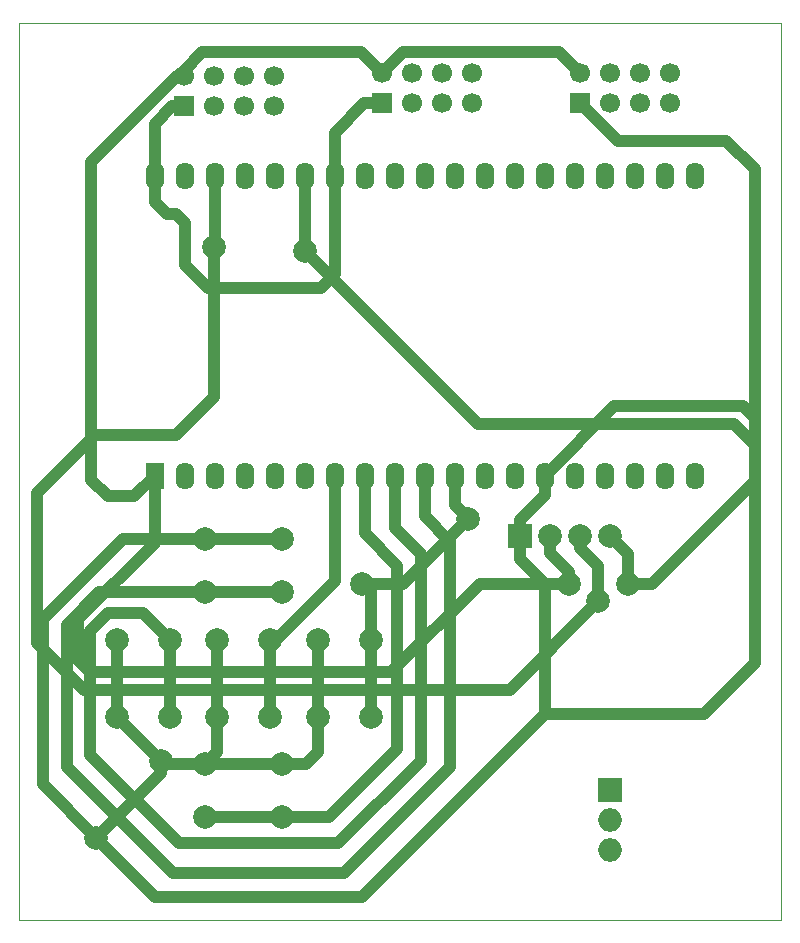
<source format=gbr>
%TF.GenerationSoftware,KiCad,Pcbnew,9.0.4*%
%TF.CreationDate,2025-12-03T20:32:54+01:00*%
%TF.ProjectId,ESP32_TOOLS,45535033-325f-4544-9f4f-4c532e6b6963,rev?*%
%TF.SameCoordinates,Original*%
%TF.FileFunction,Profile,NP*%
%FSLAX46Y46*%
G04 Gerber Fmt 4.6, Leading zero omitted, Abs format (unit mm)*
G04 Created by KiCad (PCBNEW 9.0.4) date 2025-12-03 20:32:54*
%MOMM*%
%LPD*%
G01*
G04 APERTURE LIST*
%TA.AperFunction,Profile*%
%ADD10C,0.050000*%
%TD*%
%TA.AperFunction,ComponentPad*%
%ADD11O,2.000000X2.000000*%
%TD*%
%TA.AperFunction,ComponentPad*%
%ADD12R,2.000000X2.000000*%
%TD*%
%TA.AperFunction,ComponentPad*%
%ADD13R,1.700000X1.700000*%
%TD*%
%TA.AperFunction,ComponentPad*%
%ADD14C,1.700000*%
%TD*%
%TA.AperFunction,ComponentPad*%
%ADD15C,2.000000*%
%TD*%
%TA.AperFunction,ComponentPad*%
%ADD16O,1.600000X2.300000*%
%TD*%
%TA.AperFunction,ComponentPad*%
%ADD17R,1.600000X2.300000*%
%TD*%
%TA.AperFunction,ViaPad*%
%ADD18C,2.000000*%
%TD*%
%TA.AperFunction,Conductor*%
%ADD19C,1.016000*%
%TD*%
G04 APERTURE END LIST*
D10*
X150000000Y-53000000D02*
X214500000Y-53000000D01*
X214500000Y-129000000D01*
X150000000Y-129000000D01*
X150000000Y-53000000D01*
D11*
%TO.P,J1,3,Pin_3*%
%TO.N,Net-(ALTO1-GND)*%
X200000000Y-123040000D03*
%TO.P,J1,2,Pin_2*%
%TO.N,Net-(J1-Pin_2)*%
X200000000Y-120500000D03*
D12*
%TO.P,J1,1,Pin_1*%
%TO.N,Net-(J1-Pin_1)*%
X200000000Y-117960000D03*
%TD*%
D13*
%TO.P,CENTRO1,1,GND*%
%TO.N,Net-(ALTO1-GND)*%
X197475000Y-59829500D03*
D14*
%TO.P,CENTRO1,2,VCC*%
%TO.N,Net-(ALTO1-VCC)*%
X197475000Y-57289500D03*
%TO.P,CENTRO1,3,CE*%
%TO.N,Net-(CENTRO1-CE)*%
X200015000Y-59829500D03*
%TO.P,CENTRO1,4,~{CSN}*%
%TO.N,Net-(CENTRO1-~{CSN})*%
X200015000Y-57289500D03*
%TO.P,CENTRO1,5,SCK*%
%TO.N,Net-(ALTO1-SCK)*%
X202555000Y-59829500D03*
%TO.P,CENTRO1,6,MOSI*%
%TO.N,Net-(ALTO1-MOSI)*%
X202555000Y-57289500D03*
%TO.P,CENTRO1,7,MISO*%
%TO.N,Net-(ALTO1-MISO)*%
X205095000Y-59829500D03*
%TO.P,CENTRO1,8,IRQ*%
%TO.N,unconnected-(CENTRO1-IRQ-Pad8)*%
X205095000Y-57289500D03*
%TD*%
D13*
%TO.P,BASSO1,1,GND*%
%TO.N,Net-(ALTO1-GND)*%
X180675000Y-59829500D03*
D14*
%TO.P,BASSO1,2,VCC*%
%TO.N,Net-(ALTO1-VCC)*%
X180675000Y-57289500D03*
%TO.P,BASSO1,3,CE*%
%TO.N,Net-(BASSO1-CE)*%
X183215000Y-59829500D03*
%TO.P,BASSO1,4,~{CSN}*%
%TO.N,Net-(BASSO1-~{CSN})*%
X183215000Y-57289500D03*
%TO.P,BASSO1,5,SCK*%
%TO.N,Net-(ALTO1-SCK)*%
X185755000Y-59829500D03*
%TO.P,BASSO1,6,MOSI*%
%TO.N,Net-(ALTO1-MOSI)*%
X185755000Y-57289500D03*
%TO.P,BASSO1,7,MISO*%
%TO.N,Net-(ALTO1-MISO)*%
X188295000Y-59829500D03*
%TO.P,BASSO1,8,IRQ*%
%TO.N,unconnected-(BASSO1-IRQ-Pad8)*%
X188295000Y-57289500D03*
%TD*%
D13*
%TO.P,ALTO1,1,GND*%
%TO.N,Net-(ALTO1-GND)*%
X163920000Y-60040000D03*
D14*
%TO.P,ALTO1,2,VCC*%
%TO.N,Net-(ALTO1-VCC)*%
X163920000Y-57500000D03*
%TO.P,ALTO1,3,CE*%
%TO.N,Net-(ALTO1-CE)*%
X166460000Y-60040000D03*
%TO.P,ALTO1,4,~{CSN}*%
%TO.N,Net-(ALTO1-~{CSN})*%
X166460000Y-57500000D03*
%TO.P,ALTO1,5,SCK*%
%TO.N,Net-(ALTO1-SCK)*%
X169000000Y-60040000D03*
%TO.P,ALTO1,6,MOSI*%
%TO.N,Net-(ALTO1-MOSI)*%
X169000000Y-57500000D03*
%TO.P,ALTO1,7,MISO*%
%TO.N,Net-(ALTO1-MISO)*%
X171540000Y-60040000D03*
%TO.P,ALTO1,8,IRQ*%
%TO.N,unconnected-(ALTO1-IRQ-Pad8)*%
X171540000Y-57500000D03*
%TD*%
D15*
%TO.P,OK1,1,1*%
%TO.N,Net-(ALTO1-GND)*%
X166750000Y-111750000D03*
X166750000Y-105250000D03*
%TO.P,OK1,2,2*%
%TO.N,Net-(S1-D32)*%
X171250000Y-111750000D03*
X171250000Y-105250000D03*
%TD*%
D12*
%TO.P,J3,1,Pin_1*%
%TO.N,Net-(ALTO1-GND)*%
X192380000Y-96500000D03*
D15*
%TO.P,J3,2,Pin_2*%
%TO.N,Net-(ALTO1-VCC)*%
X194920000Y-96500000D03*
%TO.P,J3,3,Pin_3*%
%TO.N,Net-(J3-Pin_3)*%
X197460000Y-96500000D03*
%TO.P,J3,4,Pin_4*%
%TO.N,Net-(J3-Pin_4)*%
X200000000Y-96500000D03*
%TD*%
%TO.P,UP1,1,1*%
%TO.N,Net-(ALTO1-GND)*%
X165750000Y-96750000D03*
X172250000Y-96750000D03*
%TO.P,UP1,2,2*%
%TO.N,Net-(S1-D26)*%
X165750000Y-101250000D03*
X172250000Y-101250000D03*
%TD*%
%TO.P,LEFT1,1,1*%
%TO.N,Net-(ALTO1-GND)*%
X158250000Y-111750000D03*
X158250000Y-105250000D03*
%TO.P,LEFT1,2,2*%
%TO.N,Net-(S1-D25)*%
X162750000Y-111750000D03*
X162750000Y-105250000D03*
%TD*%
%TO.P,DOWN1,1,1*%
%TO.N,Net-(ALTO1-GND)*%
X165750000Y-115750000D03*
X172250000Y-115750000D03*
%TO.P,DOWN1,2,2*%
%TO.N,Net-(S1-D33)*%
X165750000Y-120250000D03*
X172250000Y-120250000D03*
%TD*%
%TO.P,RIGHT1,1,1*%
%TO.N,Net-(ALTO1-GND)*%
X175250000Y-111750000D03*
X175250000Y-105250000D03*
%TO.P,RIGHT1,2,2*%
%TO.N,Net-(S1-D27)*%
X179750000Y-111750000D03*
X179750000Y-105250000D03*
%TD*%
D16*
%TO.P,S1,38,GND*%
%TO.N,Net-(ALTO1-GND)*%
X161450000Y-66000000D03*
%TO.P,S1,37,D23(MOSI)*%
%TO.N,Net-(ALTO1-MOSI)*%
X163990000Y-66000000D03*
%TO.P,S1,36,D22(SCL)*%
%TO.N,Net-(J3-Pin_3)*%
X166530000Y-66000000D03*
%TO.P,S1,35,TX0*%
%TO.N,unconnected-(S1-TX0-Pad35)*%
X169070000Y-66000000D03*
%TO.P,S1,34,RX0*%
%TO.N,unconnected-(S1-RX0-Pad34)*%
X171610000Y-66000000D03*
%TO.P,S1,33,D21(SDA)*%
%TO.N,Net-(J3-Pin_4)*%
X174150000Y-66000000D03*
%TO.P,S1,32,GND*%
%TO.N,Net-(ALTO1-GND)*%
X176690000Y-66000000D03*
%TO.P,S1,31,D19(MISO)*%
%TO.N,Net-(ALTO1-MISO)*%
X179230000Y-66000000D03*
%TO.P,S1,30,D18(CLK)*%
%TO.N,Net-(ALTO1-SCK)*%
X181770000Y-66000000D03*
%TO.P,S1,29,D5(CSO)*%
%TO.N,Net-(ALTO1-CE)*%
X184310000Y-66000000D03*
%TO.P,S1,28,TX2*%
%TO.N,Net-(ALTO1-~{CSN})*%
X186850000Y-66000000D03*
%TO.P,S1,27,RX2*%
%TO.N,Net-(CENTRO1-CE)*%
X189390000Y-66000000D03*
%TO.P,S1,26,D4*%
%TO.N,Net-(CENTRO1-~{CSN})*%
X191930000Y-66000000D03*
%TO.P,S1,25,D0*%
%TO.N,unconnected-(S1-D0-Pad25)*%
X194470000Y-66000000D03*
%TO.P,S1,24,D2*%
%TO.N,Net-(BASSO1-~{CSN})*%
X197010000Y-66000000D03*
%TO.P,S1,23,D15*%
%TO.N,Net-(BASSO1-CE)*%
X199550000Y-66000000D03*
%TO.P,S1,22,D8*%
%TO.N,unconnected-(S1-D8-Pad22)*%
X202090000Y-66000000D03*
%TO.P,S1,21,D7*%
%TO.N,unconnected-(S1-D7-Pad21)*%
X204627280Y-66003680D03*
%TO.P,S1,20,D6*%
%TO.N,unconnected-(S1-D6-Pad20)*%
X207167280Y-66003680D03*
%TO.P,S1,19,5V*%
%TO.N,Net-(J1-Pin_1)*%
X207170000Y-91400000D03*
%TO.P,S1,18,D11*%
%TO.N,unconnected-(S1-D11-Pad18)*%
X204630000Y-91400000D03*
%TO.P,S1,17,D10*%
%TO.N,unconnected-(S1-D10-Pad17)*%
X202090000Y-91400000D03*
%TO.P,S1,16,D9*%
%TO.N,unconnected-(S1-D9-Pad16)*%
X199550000Y-91400000D03*
%TO.P,S1,15,D13*%
%TO.N,unconnected-(S1-D13-Pad15)*%
X197010000Y-91400000D03*
%TO.P,S1,14,GND*%
%TO.N,Net-(ALTO1-GND)*%
X194470000Y-91400000D03*
%TO.P,S1,13,D12*%
%TO.N,unconnected-(S1-D12-Pad13)*%
X191930000Y-91400000D03*
%TO.P,S1,12,D14*%
%TO.N,Net-(J1-Pin_2)*%
X189390000Y-91400000D03*
%TO.P,S1,11,D27*%
%TO.N,Net-(S1-D27)*%
X186850000Y-91400000D03*
%TO.P,S1,10,D26*%
%TO.N,Net-(S1-D26)*%
X184310000Y-91400000D03*
%TO.P,S1,9,D25*%
%TO.N,Net-(S1-D25)*%
X181770000Y-91400000D03*
%TO.P,S1,8,D33*%
%TO.N,Net-(S1-D33)*%
X179230000Y-91400000D03*
%TO.P,S1,7,D32*%
%TO.N,Net-(S1-D32)*%
X176690000Y-91400000D03*
%TO.P,S1,6,D35*%
%TO.N,unconnected-(S1-D35-Pad6)*%
X174150000Y-91400000D03*
%TO.P,S1,5,D34*%
%TO.N,unconnected-(S1-D34-Pad5)*%
X171610000Y-91400000D03*
%TO.P,S1,4,VN*%
%TO.N,unconnected-(S1-VN-Pad4)*%
X169070000Y-91400000D03*
%TO.P,S1,3,VP*%
%TO.N,unconnected-(S1-VP-Pad3)*%
X166530000Y-91400000D03*
%TO.P,S1,2,EN*%
%TO.N,unconnected-(S1-EN-Pad2)*%
X163990000Y-91400000D03*
D17*
%TO.P,S1,1,3V3*%
%TO.N,Net-(ALTO1-VCC)*%
X161450000Y-91400000D03*
%TD*%
D18*
%TO.N,Net-(J3-Pin_4)*%
X174150000Y-72350000D03*
%TO.N,Net-(J3-Pin_3)*%
X166500000Y-72000000D03*
%TO.N,Net-(J3-Pin_4)*%
X201500000Y-100500000D03*
%TO.N,Net-(J3-Pin_3)*%
X199000000Y-102000000D03*
%TO.N,Net-(ALTO1-VCC)*%
X196500000Y-100500000D03*
%TO.N,Net-(ALTO1-GND)*%
X156500000Y-122000000D03*
X162000000Y-115500000D03*
%TO.N,Net-(S1-D27)*%
X188000000Y-95000000D03*
X179000000Y-100500000D03*
%TD*%
D19*
%TO.N,Net-(ALTO1-GND)*%
X176690000Y-74310000D02*
X176690000Y-66000000D01*
X175500000Y-75500000D02*
X176690000Y-74310000D01*
X166000000Y-75500000D02*
X175500000Y-75500000D01*
X164000000Y-69943364D02*
X164000000Y-73500000D01*
X163274036Y-69217400D02*
X164000000Y-69943364D01*
X162501400Y-69217400D02*
X163274036Y-69217400D01*
X161450000Y-68166000D02*
X162501400Y-69217400D01*
X161450000Y-66000000D02*
X161450000Y-68166000D01*
X164000000Y-73500000D02*
X166000000Y-75500000D01*
X211259000Y-85500000D02*
X212259000Y-86500000D01*
X200370000Y-85500000D02*
X211259000Y-85500000D01*
X194470000Y-91400000D02*
X200370000Y-85500000D01*
X212259000Y-65409292D02*
X212259000Y-86500000D01*
X212259000Y-86500000D02*
X212259000Y-107241000D01*
%TO.N,Net-(ALTO1-VCC)*%
X195685500Y-55500000D02*
X197475000Y-57289500D01*
X182464500Y-55500000D02*
X195685500Y-55500000D01*
X180675000Y-57289500D02*
X182464500Y-55500000D01*
X178885500Y-55500000D02*
X180675000Y-57289500D01*
X165500000Y-55500000D02*
X178885500Y-55500000D01*
X163920000Y-57080000D02*
X165500000Y-55500000D01*
X163920000Y-57500000D02*
X163920000Y-57080000D01*
X157466292Y-93114000D02*
X159736000Y-93114000D01*
X156064200Y-91711908D02*
X157466292Y-93114000D01*
X156064200Y-64777800D02*
X156064200Y-91711908D01*
X159736000Y-93114000D02*
X161450000Y-91400000D01*
X163342000Y-57500000D02*
X156064200Y-64777800D01*
X163920000Y-57500000D02*
X163342000Y-57500000D01*
%TO.N,Net-(J3-Pin_4)*%
X174150000Y-66000000D02*
X174150000Y-72350000D01*
%TO.N,Net-(J3-Pin_3)*%
X166530000Y-66000000D02*
X166530000Y-71970000D01*
X166530000Y-71970000D02*
X166500000Y-72000000D01*
%TO.N,Net-(J3-Pin_4)*%
X201500000Y-99000000D02*
X201500000Y-100500000D01*
X201500000Y-98000000D02*
X201500000Y-99000000D01*
X200500000Y-97000000D02*
X201500000Y-98000000D01*
%TO.N,Net-(J3-Pin_3)*%
X199000000Y-99500000D02*
X199000000Y-102000000D01*
X199000000Y-99000000D02*
X199000000Y-99500000D01*
X198500000Y-98500000D02*
X199000000Y-99000000D01*
%TO.N,Net-(J3-Pin_4)*%
X200000000Y-96500000D02*
X200500000Y-97000000D01*
%TO.N,Net-(J3-Pin_3)*%
X198000000Y-98000000D02*
X198500000Y-98500000D01*
X197460000Y-97460000D02*
X198000000Y-98000000D01*
X197460000Y-96500000D02*
X197460000Y-97460000D01*
%TO.N,Net-(ALTO1-VCC)*%
X196500000Y-99500000D02*
X196500000Y-100500000D01*
X194920000Y-97920000D02*
X195500000Y-98500000D01*
X195500000Y-98500000D02*
X196500000Y-99500000D01*
X194920000Y-96500000D02*
X194920000Y-97920000D01*
%TO.N,Net-(ALTO1-GND)*%
X208000000Y-111500000D02*
X194500000Y-111500000D01*
X212259000Y-107241000D02*
X208000000Y-111500000D01*
X200645500Y-63000000D02*
X209849708Y-63000000D01*
X197475000Y-59829500D02*
X200645500Y-63000000D01*
X209849708Y-63000000D02*
X212259000Y-65409292D01*
X156500000Y-122000000D02*
X161500000Y-127000000D01*
X162000000Y-115500000D02*
X158250000Y-111750000D01*
%TO.N,Net-(S1-D32)*%
X171750000Y-105250000D02*
X176690000Y-100310000D01*
X176690000Y-100310000D02*
X176690000Y-91400000D01*
X171250000Y-105250000D02*
X171750000Y-105250000D01*
%TO.N,Net-(ALTO1-GND)*%
X194500000Y-111500000D02*
X194500000Y-100500000D01*
X179000000Y-127000000D02*
X194500000Y-111500000D01*
X161500000Y-127000000D02*
X179000000Y-127000000D01*
X152000000Y-117500000D02*
X156500000Y-122000000D01*
X152000000Y-103500000D02*
X152000000Y-117500000D01*
X158750000Y-96750000D02*
X152000000Y-103500000D01*
X165750000Y-96750000D02*
X158750000Y-96750000D01*
%TO.N,Net-(S1-D27)*%
X186850000Y-93850000D02*
X188000000Y-95000000D01*
X186850000Y-91400000D02*
X186850000Y-93850000D01*
X179750000Y-101250000D02*
X179000000Y-100500000D01*
X179750000Y-105250000D02*
X179750000Y-101250000D01*
%TO.N,Net-(S1-D26)*%
X184310000Y-94810000D02*
X184310000Y-91400000D01*
X186500000Y-116000000D02*
X186500000Y-97000000D01*
X186500000Y-97000000D02*
X184310000Y-94810000D01*
X177500000Y-125000000D02*
X186500000Y-116000000D01*
X163000000Y-125000000D02*
X177500000Y-125000000D01*
X154000000Y-116000000D02*
X163000000Y-125000000D01*
X154000000Y-104000000D02*
X154000000Y-116000000D01*
X156750000Y-101250000D02*
X154000000Y-104000000D01*
X165750000Y-101250000D02*
X156750000Y-101250000D01*
%TO.N,Net-(S1-D25)*%
X184000000Y-98000000D02*
X181770000Y-95770000D01*
X163500000Y-122500000D02*
X177000000Y-122500000D01*
X156000000Y-115000000D02*
X163500000Y-122500000D01*
X181770000Y-95770000D02*
X181770000Y-91400000D01*
X156000000Y-104500000D02*
X156000000Y-115000000D01*
X177000000Y-122500000D02*
X184000000Y-115500000D01*
X160500000Y-103000000D02*
X157500000Y-103000000D01*
X157500000Y-103000000D02*
X156000000Y-104500000D01*
X184000000Y-115500000D02*
X184000000Y-98000000D01*
X162750000Y-105250000D02*
X160500000Y-103000000D01*
%TO.N,Net-(S1-D33)*%
X182000000Y-99000000D02*
X179230000Y-96230000D01*
X176250000Y-120250000D02*
X182000000Y-114500000D01*
X172250000Y-120250000D02*
X176250000Y-120250000D01*
X182000000Y-114500000D02*
X182000000Y-99000000D01*
X179230000Y-96230000D02*
X179230000Y-91400000D01*
%TO.N,Net-(ALTO1-GND)*%
X175250000Y-114750000D02*
X175250000Y-111750000D01*
X174250000Y-115750000D02*
X175250000Y-114750000D01*
X172250000Y-115750000D02*
X174250000Y-115750000D01*
X166750000Y-111750000D02*
X166750000Y-114750000D01*
X166750000Y-114750000D02*
X165750000Y-115750000D01*
X162250000Y-115750000D02*
X162000000Y-115500000D01*
X165750000Y-115750000D02*
X162250000Y-115750000D01*
X194500000Y-100500000D02*
X192380000Y-98380000D01*
X192380000Y-98380000D02*
X192380000Y-96500000D01*
X194470000Y-93030000D02*
X194470000Y-91400000D01*
X192380000Y-95120000D02*
X194470000Y-93030000D01*
X192380000Y-96500000D02*
X192380000Y-95120000D01*
X176690000Y-62310000D02*
X176690000Y-66000000D01*
X179170500Y-59829500D02*
X176690000Y-62310000D01*
X180675000Y-59829500D02*
X179170500Y-59829500D01*
X172250000Y-96750000D02*
X165750000Y-96750000D01*
%TO.N,Net-(S1-D26)*%
X165750000Y-101250000D02*
X172250000Y-101250000D01*
%TO.N,Net-(ALTO1-GND)*%
X158250000Y-105250000D02*
X158250000Y-111750000D01*
%TO.N,Net-(S1-D27)*%
X179750000Y-111750000D02*
X179750000Y-105250000D01*
%TO.N,Net-(S1-D32)*%
X171250000Y-105250000D02*
X171250000Y-111750000D01*
%TO.N,Net-(S1-D25)*%
X162750000Y-111750000D02*
X162750000Y-105250000D01*
%TO.N,Net-(ALTO1-GND)*%
X175250000Y-105250000D02*
X175250000Y-111750000D01*
X166750000Y-111750000D02*
X166750000Y-105250000D01*
X172250000Y-115750000D02*
X165750000Y-115750000D01*
%TO.N,Net-(S1-D33)*%
X165750000Y-120250000D02*
X172250000Y-120250000D01*
%TO.N,Net-(ALTO1-GND)*%
X163920000Y-60040000D02*
X162960000Y-60040000D01*
X162960000Y-60040000D02*
X161450000Y-61550000D01*
X161450000Y-61550000D02*
X161450000Y-66000000D01*
%TD*%
D11*
%TO.P,J1,3,Pin_3*%
%TO.N,Net-(ALTO1-GND)*%
X200000000Y-123040000D03*
%TO.P,J1,2,Pin_2*%
%TO.N,Net-(J1-Pin_2)*%
X200000000Y-120500000D03*
D12*
%TO.P,J1,1,Pin_1*%
%TO.N,Net-(J1-Pin_1)*%
X200000000Y-117960000D03*
%TD*%
D13*
%TO.P,CENTRO1,1,GND*%
%TO.N,Net-(ALTO1-GND)*%
X197475000Y-59829500D03*
D14*
%TO.P,CENTRO1,2,VCC*%
%TO.N,Net-(ALTO1-VCC)*%
X197475000Y-57289500D03*
%TO.P,CENTRO1,3,CE*%
%TO.N,Net-(CENTRO1-CE)*%
X200015000Y-59829500D03*
%TO.P,CENTRO1,4,~{CSN}*%
%TO.N,Net-(CENTRO1-~{CSN})*%
X200015000Y-57289500D03*
%TO.P,CENTRO1,5,SCK*%
%TO.N,Net-(ALTO1-SCK)*%
X202555000Y-59829500D03*
%TO.P,CENTRO1,6,MOSI*%
%TO.N,Net-(ALTO1-MOSI)*%
X202555000Y-57289500D03*
%TO.P,CENTRO1,7,MISO*%
%TO.N,Net-(ALTO1-MISO)*%
X205095000Y-59829500D03*
%TO.P,CENTRO1,8,IRQ*%
%TO.N,unconnected-(CENTRO1-IRQ-Pad8)*%
X205095000Y-57289500D03*
%TD*%
D13*
%TO.P,BASSO1,1,GND*%
%TO.N,Net-(ALTO1-GND)*%
X180675000Y-59829500D03*
D14*
%TO.P,BASSO1,2,VCC*%
%TO.N,Net-(ALTO1-VCC)*%
X180675000Y-57289500D03*
%TO.P,BASSO1,3,CE*%
%TO.N,Net-(BASSO1-CE)*%
X183215000Y-59829500D03*
%TO.P,BASSO1,4,~{CSN}*%
%TO.N,Net-(BASSO1-~{CSN})*%
X183215000Y-57289500D03*
%TO.P,BASSO1,5,SCK*%
%TO.N,Net-(ALTO1-SCK)*%
X185755000Y-59829500D03*
%TO.P,BASSO1,6,MOSI*%
%TO.N,Net-(ALTO1-MOSI)*%
X185755000Y-57289500D03*
%TO.P,BASSO1,7,MISO*%
%TO.N,Net-(ALTO1-MISO)*%
X188295000Y-59829500D03*
%TO.P,BASSO1,8,IRQ*%
%TO.N,unconnected-(BASSO1-IRQ-Pad8)*%
X188295000Y-57289500D03*
%TD*%
D13*
%TO.P,ALTO1,1,GND*%
%TO.N,Net-(ALTO1-GND)*%
X163920000Y-60040000D03*
D14*
%TO.P,ALTO1,2,VCC*%
%TO.N,Net-(ALTO1-VCC)*%
X163920000Y-57500000D03*
%TO.P,ALTO1,3,CE*%
%TO.N,Net-(ALTO1-CE)*%
X166460000Y-60040000D03*
%TO.P,ALTO1,4,~{CSN}*%
%TO.N,Net-(ALTO1-~{CSN})*%
X166460000Y-57500000D03*
%TO.P,ALTO1,5,SCK*%
%TO.N,Net-(ALTO1-SCK)*%
X169000000Y-60040000D03*
%TO.P,ALTO1,6,MOSI*%
%TO.N,Net-(ALTO1-MOSI)*%
X169000000Y-57500000D03*
%TO.P,ALTO1,7,MISO*%
%TO.N,Net-(ALTO1-MISO)*%
X171540000Y-60040000D03*
%TO.P,ALTO1,8,IRQ*%
%TO.N,unconnected-(ALTO1-IRQ-Pad8)*%
X171540000Y-57500000D03*
%TD*%
D15*
%TO.P,OK1,1,1*%
%TO.N,Net-(ALTO1-GND)*%
X166750000Y-111750000D03*
X166750000Y-105250000D03*
%TO.P,OK1,2,2*%
%TO.N,Net-(S1-D32)*%
X171250000Y-111750000D03*
X171250000Y-105250000D03*
%TD*%
D12*
%TO.P,J3,1,Pin_1*%
%TO.N,Net-(ALTO1-GND)*%
X192380000Y-96500000D03*
D15*
%TO.P,J3,2,Pin_2*%
%TO.N,Net-(ALTO1-VCC)*%
X194920000Y-96500000D03*
%TO.P,J3,3,Pin_3*%
%TO.N,Net-(J3-Pin_3)*%
X197460000Y-96500000D03*
%TO.P,J3,4,Pin_4*%
%TO.N,Net-(J3-Pin_4)*%
X200000000Y-96500000D03*
%TD*%
%TO.P,UP1,1,1*%
%TO.N,Net-(ALTO1-GND)*%
X165750000Y-96750000D03*
X172250000Y-96750000D03*
%TO.P,UP1,2,2*%
%TO.N,Net-(S1-D26)*%
X165750000Y-101250000D03*
X172250000Y-101250000D03*
%TD*%
%TO.P,LEFT1,1,1*%
%TO.N,Net-(ALTO1-GND)*%
X158250000Y-111750000D03*
X158250000Y-105250000D03*
%TO.P,LEFT1,2,2*%
%TO.N,Net-(S1-D25)*%
X162750000Y-111750000D03*
X162750000Y-105250000D03*
%TD*%
%TO.P,DOWN1,1,1*%
%TO.N,Net-(ALTO1-GND)*%
X165750000Y-115750000D03*
X172250000Y-115750000D03*
%TO.P,DOWN1,2,2*%
%TO.N,Net-(S1-D33)*%
X165750000Y-120250000D03*
X172250000Y-120250000D03*
%TD*%
%TO.P,RIGHT1,1,1*%
%TO.N,Net-(ALTO1-GND)*%
X175250000Y-111750000D03*
X175250000Y-105250000D03*
%TO.P,RIGHT1,2,2*%
%TO.N,Net-(S1-D27)*%
X179750000Y-111750000D03*
X179750000Y-105250000D03*
%TD*%
D16*
%TO.P,S1,38,GND*%
%TO.N,Net-(ALTO1-GND)*%
X161450000Y-66000000D03*
%TO.P,S1,37,D23(MOSI)*%
%TO.N,Net-(ALTO1-MOSI)*%
X163990000Y-66000000D03*
%TO.P,S1,36,D22(SCL)*%
%TO.N,Net-(J3-Pin_3)*%
X166530000Y-66000000D03*
%TO.P,S1,35,TX0*%
%TO.N,unconnected-(S1-TX0-Pad35)*%
X169070000Y-66000000D03*
%TO.P,S1,34,RX0*%
%TO.N,unconnected-(S1-RX0-Pad34)*%
X171610000Y-66000000D03*
%TO.P,S1,33,D21(SDA)*%
%TO.N,Net-(J3-Pin_4)*%
X174150000Y-66000000D03*
%TO.P,S1,32,GND*%
%TO.N,Net-(ALTO1-GND)*%
X176690000Y-66000000D03*
%TO.P,S1,31,D19(MISO)*%
%TO.N,Net-(ALTO1-MISO)*%
X179230000Y-66000000D03*
%TO.P,S1,30,D18(CLK)*%
%TO.N,Net-(ALTO1-SCK)*%
X181770000Y-66000000D03*
%TO.P,S1,29,D5(CSO)*%
%TO.N,Net-(ALTO1-CE)*%
X184310000Y-66000000D03*
%TO.P,S1,28,TX2*%
%TO.N,Net-(ALTO1-~{CSN})*%
X186850000Y-66000000D03*
%TO.P,S1,27,RX2*%
%TO.N,Net-(CENTRO1-CE)*%
X189390000Y-66000000D03*
%TO.P,S1,26,D4*%
%TO.N,Net-(CENTRO1-~{CSN})*%
X191930000Y-66000000D03*
%TO.P,S1,25,D0*%
%TO.N,unconnected-(S1-D0-Pad25)*%
X194470000Y-66000000D03*
%TO.P,S1,24,D2*%
%TO.N,Net-(BASSO1-~{CSN})*%
X197010000Y-66000000D03*
%TO.P,S1,23,D15*%
%TO.N,Net-(BASSO1-CE)*%
X199550000Y-66000000D03*
%TO.P,S1,22,D8*%
%TO.N,unconnected-(S1-D8-Pad22)*%
X202090000Y-66000000D03*
%TO.P,S1,21,D7*%
%TO.N,unconnected-(S1-D7-Pad21)*%
X204627280Y-66003680D03*
%TO.P,S1,20,D6*%
%TO.N,unconnected-(S1-D6-Pad20)*%
X207167280Y-66003680D03*
%TO.P,S1,19,5V*%
%TO.N,Net-(J1-Pin_1)*%
X207170000Y-91400000D03*
%TO.P,S1,18,D11*%
%TO.N,unconnected-(S1-D11-Pad18)*%
X204630000Y-91400000D03*
%TO.P,S1,17,D10*%
%TO.N,unconnected-(S1-D10-Pad17)*%
X202090000Y-91400000D03*
%TO.P,S1,16,D9*%
%TO.N,unconnected-(S1-D9-Pad16)*%
X199550000Y-91400000D03*
%TO.P,S1,15,D13*%
%TO.N,unconnected-(S1-D13-Pad15)*%
X197010000Y-91400000D03*
%TO.P,S1,14,GND*%
%TO.N,Net-(ALTO1-GND)*%
X194470000Y-91400000D03*
%TO.P,S1,13,D12*%
%TO.N,unconnected-(S1-D12-Pad13)*%
X191930000Y-91400000D03*
%TO.P,S1,12,D14*%
%TO.N,Net-(J1-Pin_2)*%
X189390000Y-91400000D03*
%TO.P,S1,11,D27*%
%TO.N,Net-(S1-D27)*%
X186850000Y-91400000D03*
%TO.P,S1,10,D26*%
%TO.N,Net-(S1-D26)*%
X184310000Y-91400000D03*
%TO.P,S1,9,D25*%
%TO.N,Net-(S1-D25)*%
X181770000Y-91400000D03*
%TO.P,S1,8,D33*%
%TO.N,Net-(S1-D33)*%
X179230000Y-91400000D03*
%TO.P,S1,7,D32*%
%TO.N,Net-(S1-D32)*%
X176690000Y-91400000D03*
%TO.P,S1,6,D35*%
%TO.N,unconnected-(S1-D35-Pad6)*%
X174150000Y-91400000D03*
%TO.P,S1,5,D34*%
%TO.N,unconnected-(S1-D34-Pad5)*%
X171610000Y-91400000D03*
%TO.P,S1,4,VN*%
%TO.N,unconnected-(S1-VN-Pad4)*%
X169070000Y-91400000D03*
%TO.P,S1,3,VP*%
%TO.N,unconnected-(S1-VP-Pad3)*%
X166530000Y-91400000D03*
%TO.P,S1,2,EN*%
%TO.N,unconnected-(S1-EN-Pad2)*%
X163990000Y-91400000D03*
D17*
%TO.P,S1,1,3V3*%
%TO.N,Net-(ALTO1-VCC)*%
X161450000Y-91400000D03*
%TD*%
D18*
%TO.N,Net-(J3-Pin_4)*%
X174150000Y-72350000D03*
%TO.N,Net-(J3-Pin_3)*%
X166500000Y-72000000D03*
%TO.N,Net-(J3-Pin_4)*%
X201500000Y-100500000D03*
%TO.N,Net-(J3-Pin_3)*%
X199000000Y-102000000D03*
%TO.N,Net-(ALTO1-VCC)*%
X196500000Y-100500000D03*
%TO.N,Net-(ALTO1-GND)*%
X156500000Y-122000000D03*
X162000000Y-115500000D03*
%TO.N,Net-(S1-D27)*%
X188000000Y-95000000D03*
X179000000Y-100500000D03*
%TD*%
D19*
%TO.N,Net-(J3-Pin_3)*%
X166500000Y-84699436D02*
X166500000Y-72000000D01*
X163274036Y-87925400D02*
X166500000Y-84699436D01*
X156362364Y-87925400D02*
X163274036Y-87925400D01*
X151500000Y-92787764D02*
X156362364Y-87925400D01*
X151500000Y-105500000D02*
X151500000Y-92787764D01*
X155500000Y-109500000D02*
X151500000Y-105500000D01*
X191500000Y-109500000D02*
X155500000Y-109500000D01*
X199000000Y-102000000D02*
X191500000Y-109500000D01*
%TO.N,Net-(ALTO1-VCC)*%
X161450000Y-97050000D02*
X161450000Y-91400000D01*
X155000000Y-107000000D02*
X155000000Y-103500000D01*
X181500000Y-108000000D02*
X156000000Y-108000000D01*
X156000000Y-108000000D02*
X155000000Y-107000000D01*
X155000000Y-103500000D02*
X161450000Y-97050000D01*
X196500000Y-100500000D02*
X189000000Y-100500000D01*
X189000000Y-100500000D02*
X181500000Y-108000000D01*
%TO.N,Net-(ALTO1-GND)*%
X162000000Y-116500000D02*
X156500000Y-122000000D01*
X162000000Y-115500000D02*
X162000000Y-116500000D01*
%TO.N,Net-(S1-D27)*%
X182500000Y-100500000D02*
X188000000Y-95000000D01*
X179000000Y-100500000D02*
X182500000Y-100500000D01*
%TO.N,Net-(J3-Pin_3)*%
X199000000Y-102000000D02*
X199209000Y-102209000D01*
%TO.N,Net-(J3-Pin_4)*%
X203549708Y-100500000D02*
X201500000Y-100500000D01*
X212259000Y-91790708D02*
X203549708Y-100500000D01*
X174150000Y-72350000D02*
X188800000Y-87000000D01*
X188800000Y-87000000D02*
X210500000Y-87000000D01*
X210500000Y-87000000D02*
X212259000Y-88759000D01*
X212259000Y-88759000D02*
X212259000Y-91790708D01*
%TD*%
M02*

</source>
